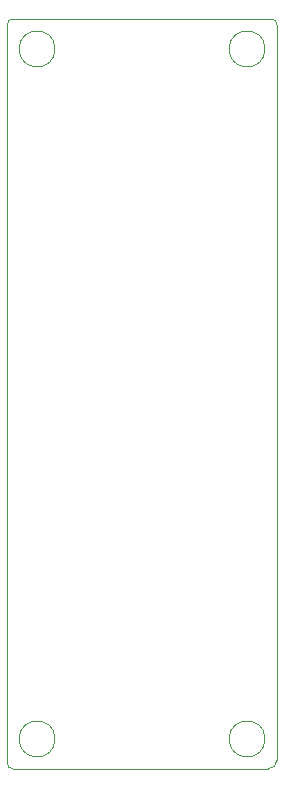
<source format=gbr>
%TF.GenerationSoftware,KiCad,Pcbnew,6.0.0-d3dd2cf0fa~116~ubuntu21.04.1*%
%TF.CreationDate,2022-01-24T19:29:07+00:00*%
%TF.ProjectId,esp-rust-board,6573702d-7275-4737-942d-626f6172642e,0.1a*%
%TF.SameCoordinates,Original*%
%TF.FileFunction,Profile,NP*%
%FSLAX46Y46*%
G04 Gerber Fmt 4.6, Leading zero omitted, Abs format (unit mm)*
G04 Created by KiCad (PCBNEW 6.0.0-d3dd2cf0fa~116~ubuntu21.04.1) date 2022-01-24 19:29:07*
%MOMM*%
%LPD*%
G01*
G04 APERTURE LIST*
%TA.AperFunction,Profile*%
%ADD10C,0.050000*%
%TD*%
G04 APERTURE END LIST*
D10*
X158750000Y-128524000D02*
G75*
G03*
X159512000Y-127762000I-1J762001D01*
G01*
X137160000Y-65024000D02*
G75*
G03*
X136652000Y-65532000I1J-508001D01*
G01*
X158750000Y-128524000D02*
X137160000Y-128524000D01*
X140716000Y-67564000D02*
G75*
G03*
X140716000Y-67564000I-1524000J0D01*
G01*
X136652000Y-128016000D02*
G75*
G03*
X137160000Y-128524000I508001J1D01*
G01*
X136652000Y-128016000D02*
X136652000Y-65532000D01*
X158496000Y-67564000D02*
G75*
G03*
X158496000Y-67564000I-1524000J0D01*
G01*
X137160000Y-65024000D02*
X159004000Y-65024000D01*
X140716000Y-125984000D02*
G75*
G03*
X140716000Y-125984000I-1524000J0D01*
G01*
X158496000Y-125984000D02*
G75*
G03*
X158496000Y-125984000I-1524000J0D01*
G01*
X159512000Y-65532000D02*
X159512000Y-127762000D01*
X159512000Y-65532000D02*
G75*
G03*
X159004000Y-65024000I-508001J-1D01*
G01*
M02*

</source>
